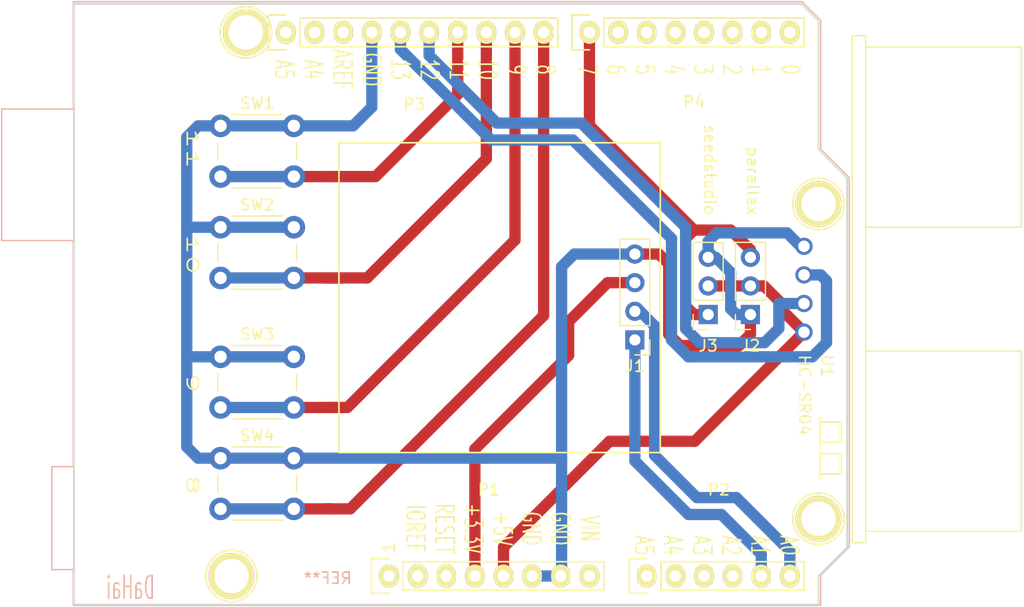
<source format=kicad_pcb>
(kicad_pcb (version 20171130) (host pcbnew "(5.1.9-0-10_14)")

  (general
    (thickness 1.6)
    (drawings 44)
    (tracks 126)
    (zones 0)
    (modules 17)
    (nets 35)
  )

  (page A4)
  (title_block
    (date "lun. 30 mars 2015")
  )

  (layers
    (0 F.Cu signal)
    (31 B.Cu signal)
    (32 B.Adhes user)
    (33 F.Adhes user)
    (34 B.Paste user)
    (35 F.Paste user)
    (36 B.SilkS user)
    (37 F.SilkS user)
    (38 B.Mask user)
    (39 F.Mask user)
    (40 Dwgs.User user)
    (41 Cmts.User user)
    (42 Eco1.User user)
    (43 Eco2.User user)
    (44 Edge.Cuts user)
    (45 Margin user)
    (46 B.CrtYd user)
    (47 F.CrtYd user)
    (48 B.Fab user)
    (49 F.Fab user)
  )

  (setup
    (last_trace_width 1)
    (user_trace_width 1)
    (trace_clearance 0.2)
    (zone_clearance 0.508)
    (zone_45_only no)
    (trace_min 0.2)
    (via_size 0.6)
    (via_drill 0.4)
    (via_min_size 0.4)
    (via_min_drill 0.3)
    (uvia_size 0.3)
    (uvia_drill 0.1)
    (uvias_allowed no)
    (uvia_min_size 0.2)
    (uvia_min_drill 0.1)
    (edge_width 0.15)
    (segment_width 0.15)
    (pcb_text_width 0.3)
    (pcb_text_size 1.5 1.5)
    (mod_edge_width 0.15)
    (mod_text_size 1 1)
    (mod_text_width 0.15)
    (pad_size 4.064 4.064)
    (pad_drill 3.048)
    (pad_to_mask_clearance 0)
    (aux_axis_origin 110.998 126.365)
    (grid_origin 110.998 126.365)
    (visible_elements FFFFFF7F)
    (pcbplotparams
      (layerselection 0x010fc_ffffffff)
      (usegerberextensions false)
      (usegerberattributes true)
      (usegerberadvancedattributes true)
      (creategerberjobfile true)
      (excludeedgelayer true)
      (linewidth 0.100000)
      (plotframeref false)
      (viasonmask false)
      (mode 1)
      (useauxorigin false)
      (hpglpennumber 1)
      (hpglpenspeed 20)
      (hpglpendiameter 15.000000)
      (psnegative false)
      (psa4output false)
      (plotreference true)
      (plotvalue true)
      (plotinvisibletext false)
      (padsonsilk false)
      (subtractmaskfromsilk false)
      (outputformat 1)
      (mirror false)
      (drillshape 0)
      (scaleselection 1)
      (outputdirectory "gerber"))
  )

  (net 0 "")
  (net 1 /IOREF)
  (net 2 /Reset)
  (net 3 +5V)
  (net 4 GND)
  (net 5 /Vin)
  (net 6 /A0)
  (net 7 /A1)
  (net 8 /A2)
  (net 9 /A3)
  (net 10 /AREF)
  (net 11 "/A4(SDA)")
  (net 12 "/A5(SCL)")
  (net 13 "/9(**)")
  (net 14 /8)
  (net 15 /7)
  (net 16 "/6(**)")
  (net 17 "/5(**)")
  (net 18 /4)
  (net 19 "/3(**)")
  (net 20 /2)
  (net 21 "/1(Tx)")
  (net 22 "/0(Rx)")
  (net 23 "Net-(P5-Pad1)")
  (net 24 "Net-(P6-Pad1)")
  (net 25 "Net-(P7-Pad1)")
  (net 26 "Net-(P8-Pad1)")
  (net 27 "/13(SCK)")
  (net 28 "/10(**/SS)")
  (net 29 "Net-(P1-Pad1)")
  (net 30 +3V3)
  (net 31 "/12(MISO)")
  (net 32 "/11(**/MOSI)")
  (net 33 "Net-(P3-Pad1)")
  (net 34 "Net-(P3-Pad2)")

  (net_class Default "This is the default net class."
    (clearance 0.2)
    (trace_width 0.25)
    (via_dia 0.6)
    (via_drill 0.4)
    (uvia_dia 0.3)
    (uvia_drill 0.1)
    (add_net +3V3)
    (add_net +5V)
    (add_net "/0(Rx)")
    (add_net "/1(Tx)")
    (add_net "/10(**/SS)")
    (add_net "/11(**/MOSI)")
    (add_net "/12(MISO)")
    (add_net "/13(SCK)")
    (add_net /2)
    (add_net "/3(**)")
    (add_net /4)
    (add_net "/5(**)")
    (add_net "/6(**)")
    (add_net /7)
    (add_net /8)
    (add_net "/9(**)")
    (add_net /A0)
    (add_net /A1)
    (add_net /A2)
    (add_net /A3)
    (add_net "/A4(SDA)")
    (add_net "/A5(SCL)")
    (add_net /AREF)
    (add_net /IOREF)
    (add_net /Reset)
    (add_net /Vin)
    (add_net GND)
    (add_net "Net-(P1-Pad1)")
    (add_net "Net-(P3-Pad1)")
    (add_net "Net-(P3-Pad2)")
    (add_net "Net-(P5-Pad1)")
    (add_net "Net-(P6-Pad1)")
    (add_net "Net-(P7-Pad1)")
    (add_net "Net-(P8-Pad1)")
  )

  (module Module:Arduino_UNO_R3_WithMountingHoles (layer B.Cu) (tedit 6119D48B) (tstamp 6119CFB6)
    (at 138.998 123.765)
    (descr "Arduino UNO R3, http://www.mouser.com/pdfdocs/Gravitech_Arduino_Nano3_0.pdf")
    (tags "Arduino UNO R3")
    (fp_text reference REF** (at -5.5 0.25 -180) (layer B.SilkS)
      (effects (font (size 1 1) (thickness 0.15)) (justify mirror))
    )
    (fp_text value Arduino_UNO_R3_WithMountingHoles (at 0 -22.86) (layer B.Fab)
      (effects (font (size 1 1) (thickness 0.15)) (justify mirror))
    )
    (fp_line (start 38.35 2.79) (end 38.35 0) (layer B.CrtYd) (width 0.05))
    (fp_line (start 38.35 0) (end 40.89 -2.54) (layer B.CrtYd) (width 0.05))
    (fp_line (start 40.89 -2.54) (end 40.89 -35.31) (layer B.CrtYd) (width 0.05))
    (fp_line (start 40.89 -35.31) (end 38.35 -37.85) (layer B.CrtYd) (width 0.05))
    (fp_line (start 38.35 -37.85) (end 38.35 -49.28) (layer B.CrtYd) (width 0.05))
    (fp_line (start 38.35 -49.28) (end 36.58 -51.05) (layer B.CrtYd) (width 0.05))
    (fp_line (start 36.58 -51.05) (end -28.19 -51.05) (layer B.CrtYd) (width 0.05))
    (fp_line (start -28.19 -51.05) (end -28.19 -41.53) (layer B.CrtYd) (width 0.05))
    (fp_line (start -28.19 -41.53) (end -34.54 -41.53) (layer B.CrtYd) (width 0.05))
    (fp_line (start -34.54 -41.53) (end -34.54 -29.59) (layer B.CrtYd) (width 0.05))
    (fp_line (start -34.54 -29.59) (end -28.19 -29.59) (layer B.CrtYd) (width 0.05))
    (fp_line (start -28.19 -29.59) (end -28.19 -9.78) (layer B.CrtYd) (width 0.05))
    (fp_line (start -28.19 -9.78) (end -30.1 -9.78) (layer B.CrtYd) (width 0.05))
    (fp_line (start -30.1 -9.78) (end -30.1 -0.38) (layer B.CrtYd) (width 0.05))
    (fp_line (start -30.1 -0.38) (end -28.19 -0.38) (layer B.CrtYd) (width 0.05))
    (fp_line (start -28.19 -0.38) (end -28.19 2.79) (layer B.CrtYd) (width 0.05))
    (fp_line (start -28.19 2.79) (end 38.35 2.79) (layer B.CrtYd) (width 0.05))
    (fp_line (start 40.77 -35.31) (end 40.77 -2.54) (layer B.SilkS) (width 0.12))
    (fp_line (start 40.77 -2.54) (end 38.23 0) (layer B.SilkS) (width 0.12))
    (fp_line (start 38.23 0) (end 38.23 2.67) (layer B.SilkS) (width 0.12))
    (fp_line (start 38.23 2.67) (end -28.07 2.67) (layer B.SilkS) (width 0.12))
    (fp_line (start -28.07 2.67) (end -28.07 -0.51) (layer B.SilkS) (width 0.12))
    (fp_line (start -28.07 -0.51) (end -29.97 -0.51) (layer B.SilkS) (width 0.12))
    (fp_line (start -29.97 -0.51) (end -29.97 -9.65) (layer B.SilkS) (width 0.12))
    (fp_line (start -29.97 -9.65) (end -28.07 -9.65) (layer B.SilkS) (width 0.12))
    (fp_line (start -28.07 -9.65) (end -28.07 -29.72) (layer B.SilkS) (width 0.12))
    (fp_line (start -28.07 -29.72) (end -34.42 -29.72) (layer B.SilkS) (width 0.12))
    (fp_line (start -34.42 -29.72) (end -34.42 -41.4) (layer B.SilkS) (width 0.12))
    (fp_line (start -34.42 -41.4) (end -28.07 -41.4) (layer B.SilkS) (width 0.12))
    (fp_line (start -28.07 -41.4) (end -28.07 -50.93) (layer B.SilkS) (width 0.12))
    (fp_line (start -28.07 -50.93) (end 36.58 -50.93) (layer B.SilkS) (width 0.12))
    (fp_line (start 36.58 -50.93) (end 38.23 -49.28) (layer B.SilkS) (width 0.12))
    (fp_line (start 38.23 -49.28) (end 38.23 -37.85) (layer B.SilkS) (width 0.12))
    (fp_line (start 38.23 -37.85) (end 40.77 -35.31) (layer B.SilkS) (width 0.12))
    (fp_line (start -34.29 -29.84) (end -18.41 -29.84) (layer B.Fab) (width 0.1))
    (fp_line (start -18.41 -29.84) (end -18.41 -41.27) (layer B.Fab) (width 0.1))
    (fp_line (start -18.41 -41.27) (end -34.29 -41.27) (layer B.Fab) (width 0.1))
    (fp_line (start -34.29 -41.27) (end -34.29 -29.84) (layer B.Fab) (width 0.1))
    (fp_line (start -29.84 -0.64) (end -16.51 -0.64) (layer B.Fab) (width 0.1))
    (fp_line (start -16.51 -0.64) (end -16.51 -9.53) (layer B.Fab) (width 0.1))
    (fp_line (start -16.51 -9.53) (end -29.84 -9.53) (layer B.Fab) (width 0.1))
    (fp_line (start -29.84 -9.53) (end -29.84 -0.64) (layer B.Fab) (width 0.1))
    (fp_line (start 38.1 -37.85) (end 38.1 -49.28) (layer B.Fab) (width 0.1))
    (fp_line (start 40.64 -2.54) (end 40.64 -35.31) (layer B.Fab) (width 0.1))
    (fp_line (start 40.64 -35.31) (end 38.1 -37.85) (layer B.Fab) (width 0.1))
    (fp_line (start 38.1 2.54) (end 38.1 0) (layer B.Fab) (width 0.1))
    (fp_line (start 38.1 0) (end 40.64 -2.54) (layer B.Fab) (width 0.1))
    (fp_line (start 38.1 -49.28) (end 36.58 -50.8) (layer B.Fab) (width 0.1))
    (fp_line (start 36.58 -50.8) (end -27.94 -50.8) (layer B.Fab) (width 0.1))
    (fp_line (start -27.94 -50.8) (end -27.94 2.54) (layer B.Fab) (width 0.1))
    (fp_line (start -27.94 2.54) (end 38.1 2.54) (layer B.Fab) (width 0.1))
    (fp_text user %R (at 0 -20.32 -180) (layer B.Fab)
      (effects (font (size 1 1) (thickness 0.15)) (justify mirror))
    )
    (model ${KISYS3DMOD}/Module.3dshapes/Arduino_UNO_R3_WithMountingHoles.wrl
      (at (xyz 0 0 0))
      (scale (xyz 1 1 1))
      (rotate (xyz 0 0 0))
    )
    (model ./Arduino_UNO.wrl
      (offset (xyz 8 -32 14.5))
      (scale (xyz 0.39 0.39 0.39))
      (rotate (xyz 180 0 0))
    )
  )

  (module Connector_PinSocket_2.54mm:PinSocket_1x03_P2.54mm_Vertical (layer F.Cu) (tedit 5A19A429) (tstamp 6119F4E8)
    (at 167.248 100.615 180)
    (descr "Through hole straight socket strip, 1x03, 2.54mm pitch, single row (from Kicad 4.0.7), script generated")
    (tags "Through hole socket strip THT 1x03 2.54mm single row")
    (path /611CA25E)
    (fp_text reference J3 (at 0 -2.77) (layer F.SilkS)
      (effects (font (size 1 1) (thickness 0.15)))
    )
    (fp_text value seedstudio (at -0.15 12.85 270 unlocked) (layer F.SilkS)
      (effects (font (size 1 1) (thickness 0.15)))
    )
    (fp_text user %R (at 0 2.54 90) (layer F.Fab)
      (effects (font (size 1 1) (thickness 0.15)))
    )
    (fp_line (start -1.27 -1.27) (end 0.635 -1.27) (layer F.Fab) (width 0.1))
    (fp_line (start 0.635 -1.27) (end 1.27 -0.635) (layer F.Fab) (width 0.1))
    (fp_line (start 1.27 -0.635) (end 1.27 6.35) (layer F.Fab) (width 0.1))
    (fp_line (start 1.27 6.35) (end -1.27 6.35) (layer F.Fab) (width 0.1))
    (fp_line (start -1.27 6.35) (end -1.27 -1.27) (layer F.Fab) (width 0.1))
    (fp_line (start -1.33 1.27) (end 1.33 1.27) (layer F.SilkS) (width 0.12))
    (fp_line (start -1.33 1.27) (end -1.33 6.41) (layer F.SilkS) (width 0.12))
    (fp_line (start -1.33 6.41) (end 1.33 6.41) (layer F.SilkS) (width 0.12))
    (fp_line (start 1.33 1.27) (end 1.33 6.41) (layer F.SilkS) (width 0.12))
    (fp_line (start 1.33 -1.33) (end 1.33 0) (layer F.SilkS) (width 0.12))
    (fp_line (start 0 -1.33) (end 1.33 -1.33) (layer F.SilkS) (width 0.12))
    (fp_line (start -1.8 -1.8) (end 1.75 -1.8) (layer F.CrtYd) (width 0.05))
    (fp_line (start 1.75 -1.8) (end 1.75 6.85) (layer F.CrtYd) (width 0.05))
    (fp_line (start 1.75 6.85) (end -1.8 6.85) (layer F.CrtYd) (width 0.05))
    (fp_line (start -1.8 6.85) (end -1.8 -1.8) (layer F.CrtYd) (width 0.05))
    (pad 3 thru_hole oval (at 0 5.08 180) (size 1.7 1.7) (drill 1) (layers *.Cu *.Mask)
      (net 4 GND))
    (pad 2 thru_hole oval (at 0 2.54 180) (size 1.7 1.7) (drill 1) (layers *.Cu *.Mask)
      (net 3 +5V))
    (pad 1 thru_hole rect (at 0 0 180) (size 1.7 1.7) (drill 1) (layers *.Cu *.Mask)
      (net 15 /7))
    (model ${KISYS3DMOD}/Connector_PinSocket_2.54mm.3dshapes/PinSocket_1x03_P2.54mm_Vertical.wrl
      (at (xyz 0 0 0))
      (scale (xyz 1 1 1))
      (rotate (xyz 0 0 0))
    )
  )

  (module Connector_PinSocket_2.54mm:PinSocket_1x03_P2.54mm_Vertical (layer F.Cu) (tedit 5A19A429) (tstamp 6119EF94)
    (at 170.998 100.615 180)
    (descr "Through hole straight socket strip, 1x03, 2.54mm pitch, single row (from Kicad 4.0.7), script generated")
    (tags "Through hole socket strip THT 1x03 2.54mm single row")
    (path /611C2D91)
    (fp_text reference J2 (at 0 -2.77) (layer F.SilkS)
      (effects (font (size 1 1) (thickness 0.15)))
    )
    (fp_text value parallax (at -0.2 11.85 270 unlocked) (layer F.SilkS)
      (effects (font (size 1 1) (thickness 0.15)))
    )
    (fp_text user %R (at 0 2.54 90) (layer F.Fab)
      (effects (font (size 1 1) (thickness 0.15)))
    )
    (fp_line (start -1.27 -1.27) (end 0.635 -1.27) (layer F.Fab) (width 0.1))
    (fp_line (start 0.635 -1.27) (end 1.27 -0.635) (layer F.Fab) (width 0.1))
    (fp_line (start 1.27 -0.635) (end 1.27 6.35) (layer F.Fab) (width 0.1))
    (fp_line (start 1.27 6.35) (end -1.27 6.35) (layer F.Fab) (width 0.1))
    (fp_line (start -1.27 6.35) (end -1.27 -1.27) (layer F.Fab) (width 0.1))
    (fp_line (start -1.33 1.27) (end 1.33 1.27) (layer F.SilkS) (width 0.12))
    (fp_line (start -1.33 1.27) (end -1.33 6.41) (layer F.SilkS) (width 0.12))
    (fp_line (start -1.33 6.41) (end 1.33 6.41) (layer F.SilkS) (width 0.12))
    (fp_line (start 1.33 1.27) (end 1.33 6.41) (layer F.SilkS) (width 0.12))
    (fp_line (start 1.33 -1.33) (end 1.33 0) (layer F.SilkS) (width 0.12))
    (fp_line (start 0 -1.33) (end 1.33 -1.33) (layer F.SilkS) (width 0.12))
    (fp_line (start -1.8 -1.8) (end 1.75 -1.8) (layer F.CrtYd) (width 0.05))
    (fp_line (start 1.75 -1.8) (end 1.75 6.85) (layer F.CrtYd) (width 0.05))
    (fp_line (start 1.75 6.85) (end -1.8 6.85) (layer F.CrtYd) (width 0.05))
    (fp_line (start -1.8 6.85) (end -1.8 -1.8) (layer F.CrtYd) (width 0.05))
    (pad 3 thru_hole oval (at 0 5.08 180) (size 1.7 1.7) (drill 1) (layers *.Cu *.Mask)
      (net 15 /7))
    (pad 2 thru_hole oval (at 0 2.54 180) (size 1.7 1.7) (drill 1) (layers *.Cu *.Mask)
      (net 3 +5V))
    (pad 1 thru_hole rect (at 0 0 180) (size 1.7 1.7) (drill 1) (layers *.Cu *.Mask)
      (net 4 GND))
    (model ${KISYS3DMOD}/Connector_PinSocket_2.54mm.3dshapes/PinSocket_1x03_P2.54mm_Vertical.wrl
      (at (xyz 0 0 0))
      (scale (xyz 1 1 1))
      (rotate (xyz 0 0 0))
    )
  )

  (module Button_Switch_THT:SW_PUSH_6mm_H5mm (layer F.Cu) (tedit 5A02FE31) (tstamp 6119DF25)
    (at 123.998 113.365)
    (descr "tactile push button, 6x6mm e.g. PHAP33xx series, height=5mm")
    (tags "tact sw push 6mm")
    (path /611B0B14)
    (fp_text reference SW4 (at 3.25 -2) (layer F.SilkS)
      (effects (font (size 1 1) (thickness 0.15)))
    )
    (fp_text value SW_Push (at 3.75 6.7) (layer F.Fab)
      (effects (font (size 1 1) (thickness 0.15)))
    )
    (fp_text user %R (at 3.25 2.25) (layer F.Fab)
      (effects (font (size 1 1) (thickness 0.15)))
    )
    (fp_line (start 3.25 -0.75) (end 6.25 -0.75) (layer F.Fab) (width 0.1))
    (fp_line (start 6.25 -0.75) (end 6.25 5.25) (layer F.Fab) (width 0.1))
    (fp_line (start 6.25 5.25) (end 0.25 5.25) (layer F.Fab) (width 0.1))
    (fp_line (start 0.25 5.25) (end 0.25 -0.75) (layer F.Fab) (width 0.1))
    (fp_line (start 0.25 -0.75) (end 3.25 -0.75) (layer F.Fab) (width 0.1))
    (fp_line (start 7.75 6) (end 8 6) (layer F.CrtYd) (width 0.05))
    (fp_line (start 8 6) (end 8 5.75) (layer F.CrtYd) (width 0.05))
    (fp_line (start 7.75 -1.5) (end 8 -1.5) (layer F.CrtYd) (width 0.05))
    (fp_line (start 8 -1.5) (end 8 -1.25) (layer F.CrtYd) (width 0.05))
    (fp_line (start -1.5 -1.25) (end -1.5 -1.5) (layer F.CrtYd) (width 0.05))
    (fp_line (start -1.5 -1.5) (end -1.25 -1.5) (layer F.CrtYd) (width 0.05))
    (fp_line (start -1.5 5.75) (end -1.5 6) (layer F.CrtYd) (width 0.05))
    (fp_line (start -1.5 6) (end -1.25 6) (layer F.CrtYd) (width 0.05))
    (fp_line (start -1.25 -1.5) (end 7.75 -1.5) (layer F.CrtYd) (width 0.05))
    (fp_line (start -1.5 5.75) (end -1.5 -1.25) (layer F.CrtYd) (width 0.05))
    (fp_line (start 7.75 6) (end -1.25 6) (layer F.CrtYd) (width 0.05))
    (fp_line (start 8 -1.25) (end 8 5.75) (layer F.CrtYd) (width 0.05))
    (fp_line (start 1 5.5) (end 5.5 5.5) (layer F.SilkS) (width 0.12))
    (fp_line (start -0.25 1.5) (end -0.25 3) (layer F.SilkS) (width 0.12))
    (fp_line (start 5.5 -1) (end 1 -1) (layer F.SilkS) (width 0.12))
    (fp_line (start 6.75 3) (end 6.75 1.5) (layer F.SilkS) (width 0.12))
    (fp_circle (center 3.25 2.25) (end 1.25 2.5) (layer F.Fab) (width 0.1))
    (pad 1 thru_hole circle (at 6.5 0 90) (size 2 2) (drill 1.1) (layers *.Cu *.Mask)
      (net 4 GND))
    (pad 2 thru_hole circle (at 6.5 4.5 90) (size 2 2) (drill 1.1) (layers *.Cu *.Mask)
      (net 14 /8))
    (pad 1 thru_hole circle (at 0 0 90) (size 2 2) (drill 1.1) (layers *.Cu *.Mask)
      (net 4 GND))
    (pad 2 thru_hole circle (at 0 4.5 90) (size 2 2) (drill 1.1) (layers *.Cu *.Mask)
      (net 14 /8))
    (model ${KISYS3DMOD}/Button_Switch_THT.3dshapes/SW_PUSH_6mm_H5mm.wrl
      (at (xyz 0 0 0))
      (scale (xyz 1 1 1))
      (rotate (xyz 0 0 0))
    )
  )

  (module Button_Switch_THT:SW_PUSH_6mm_H5mm (layer F.Cu) (tedit 5A02FE31) (tstamp 6119DF06)
    (at 123.998 104.365)
    (descr "tactile push button, 6x6mm e.g. PHAP33xx series, height=5mm")
    (tags "tact sw push 6mm")
    (path /611B054D)
    (fp_text reference SW3 (at 3.25 -2) (layer F.SilkS)
      (effects (font (size 1 1) (thickness 0.15)))
    )
    (fp_text value SW_Push (at 3.75 6.7) (layer F.Fab)
      (effects (font (size 1 1) (thickness 0.15)))
    )
    (fp_text user %R (at 3.25 2.25) (layer F.Fab)
      (effects (font (size 1 1) (thickness 0.15)))
    )
    (fp_line (start 3.25 -0.75) (end 6.25 -0.75) (layer F.Fab) (width 0.1))
    (fp_line (start 6.25 -0.75) (end 6.25 5.25) (layer F.Fab) (width 0.1))
    (fp_line (start 6.25 5.25) (end 0.25 5.25) (layer F.Fab) (width 0.1))
    (fp_line (start 0.25 5.25) (end 0.25 -0.75) (layer F.Fab) (width 0.1))
    (fp_line (start 0.25 -0.75) (end 3.25 -0.75) (layer F.Fab) (width 0.1))
    (fp_line (start 7.75 6) (end 8 6) (layer F.CrtYd) (width 0.05))
    (fp_line (start 8 6) (end 8 5.75) (layer F.CrtYd) (width 0.05))
    (fp_line (start 7.75 -1.5) (end 8 -1.5) (layer F.CrtYd) (width 0.05))
    (fp_line (start 8 -1.5) (end 8 -1.25) (layer F.CrtYd) (width 0.05))
    (fp_line (start -1.5 -1.25) (end -1.5 -1.5) (layer F.CrtYd) (width 0.05))
    (fp_line (start -1.5 -1.5) (end -1.25 -1.5) (layer F.CrtYd) (width 0.05))
    (fp_line (start -1.5 5.75) (end -1.5 6) (layer F.CrtYd) (width 0.05))
    (fp_line (start -1.5 6) (end -1.25 6) (layer F.CrtYd) (width 0.05))
    (fp_line (start -1.25 -1.5) (end 7.75 -1.5) (layer F.CrtYd) (width 0.05))
    (fp_line (start -1.5 5.75) (end -1.5 -1.25) (layer F.CrtYd) (width 0.05))
    (fp_line (start 7.75 6) (end -1.25 6) (layer F.CrtYd) (width 0.05))
    (fp_line (start 8 -1.25) (end 8 5.75) (layer F.CrtYd) (width 0.05))
    (fp_line (start 1 5.5) (end 5.5 5.5) (layer F.SilkS) (width 0.12))
    (fp_line (start -0.25 1.5) (end -0.25 3) (layer F.SilkS) (width 0.12))
    (fp_line (start 5.5 -1) (end 1 -1) (layer F.SilkS) (width 0.12))
    (fp_line (start 6.75 3) (end 6.75 1.5) (layer F.SilkS) (width 0.12))
    (fp_circle (center 3.25 2.25) (end 1.25 2.5) (layer F.Fab) (width 0.1))
    (pad 1 thru_hole circle (at 6.5 0 90) (size 2 2) (drill 1.1) (layers *.Cu *.Mask)
      (net 4 GND))
    (pad 2 thru_hole circle (at 6.5 4.5 90) (size 2 2) (drill 1.1) (layers *.Cu *.Mask)
      (net 13 "/9(**)"))
    (pad 1 thru_hole circle (at 0 0 90) (size 2 2) (drill 1.1) (layers *.Cu *.Mask)
      (net 4 GND))
    (pad 2 thru_hole circle (at 0 4.5 90) (size 2 2) (drill 1.1) (layers *.Cu *.Mask)
      (net 13 "/9(**)"))
    (model ${KISYS3DMOD}/Button_Switch_THT.3dshapes/SW_PUSH_6mm_H5mm.wrl
      (at (xyz 0 0 0))
      (scale (xyz 1 1 1))
      (rotate (xyz 0 0 0))
    )
  )

  (module Button_Switch_THT:SW_PUSH_6mm_H5mm (layer F.Cu) (tedit 5A02FE31) (tstamp 6119DEE7)
    (at 123.998 92.865)
    (descr "tactile push button, 6x6mm e.g. PHAP33xx series, height=5mm")
    (tags "tact sw push 6mm")
    (path /611AFECE)
    (fp_text reference SW2 (at 3.25 -2) (layer F.SilkS)
      (effects (font (size 1 1) (thickness 0.15)))
    )
    (fp_text value SW_Push (at 3.75 6.7) (layer F.Fab)
      (effects (font (size 1 1) (thickness 0.15)))
    )
    (fp_text user %R (at 3.25 2.25) (layer F.Fab)
      (effects (font (size 1 1) (thickness 0.15)))
    )
    (fp_line (start 3.25 -0.75) (end 6.25 -0.75) (layer F.Fab) (width 0.1))
    (fp_line (start 6.25 -0.75) (end 6.25 5.25) (layer F.Fab) (width 0.1))
    (fp_line (start 6.25 5.25) (end 0.25 5.25) (layer F.Fab) (width 0.1))
    (fp_line (start 0.25 5.25) (end 0.25 -0.75) (layer F.Fab) (width 0.1))
    (fp_line (start 0.25 -0.75) (end 3.25 -0.75) (layer F.Fab) (width 0.1))
    (fp_line (start 7.75 6) (end 8 6) (layer F.CrtYd) (width 0.05))
    (fp_line (start 8 6) (end 8 5.75) (layer F.CrtYd) (width 0.05))
    (fp_line (start 7.75 -1.5) (end 8 -1.5) (layer F.CrtYd) (width 0.05))
    (fp_line (start 8 -1.5) (end 8 -1.25) (layer F.CrtYd) (width 0.05))
    (fp_line (start -1.5 -1.25) (end -1.5 -1.5) (layer F.CrtYd) (width 0.05))
    (fp_line (start -1.5 -1.5) (end -1.25 -1.5) (layer F.CrtYd) (width 0.05))
    (fp_line (start -1.5 5.75) (end -1.5 6) (layer F.CrtYd) (width 0.05))
    (fp_line (start -1.5 6) (end -1.25 6) (layer F.CrtYd) (width 0.05))
    (fp_line (start -1.25 -1.5) (end 7.75 -1.5) (layer F.CrtYd) (width 0.05))
    (fp_line (start -1.5 5.75) (end -1.5 -1.25) (layer F.CrtYd) (width 0.05))
    (fp_line (start 7.75 6) (end -1.25 6) (layer F.CrtYd) (width 0.05))
    (fp_line (start 8 -1.25) (end 8 5.75) (layer F.CrtYd) (width 0.05))
    (fp_line (start 1 5.5) (end 5.5 5.5) (layer F.SilkS) (width 0.12))
    (fp_line (start -0.25 1.5) (end -0.25 3) (layer F.SilkS) (width 0.12))
    (fp_line (start 5.5 -1) (end 1 -1) (layer F.SilkS) (width 0.12))
    (fp_line (start 6.75 3) (end 6.75 1.5) (layer F.SilkS) (width 0.12))
    (fp_circle (center 3.25 2.25) (end 1.25 2.5) (layer F.Fab) (width 0.1))
    (pad 1 thru_hole circle (at 6.5 0 90) (size 2 2) (drill 1.1) (layers *.Cu *.Mask)
      (net 4 GND))
    (pad 2 thru_hole circle (at 6.5 4.5 90) (size 2 2) (drill 1.1) (layers *.Cu *.Mask)
      (net 28 "/10(**/SS)"))
    (pad 1 thru_hole circle (at 0 0 90) (size 2 2) (drill 1.1) (layers *.Cu *.Mask)
      (net 4 GND))
    (pad 2 thru_hole circle (at 0 4.5 90) (size 2 2) (drill 1.1) (layers *.Cu *.Mask)
      (net 28 "/10(**/SS)"))
    (model ${KISYS3DMOD}/Button_Switch_THT.3dshapes/SW_PUSH_6mm_H5mm.wrl
      (at (xyz 0 0 0))
      (scale (xyz 1 1 1))
      (rotate (xyz 0 0 0))
    )
  )

  (module Button_Switch_THT:SW_PUSH_6mm_H5mm (layer F.Cu) (tedit 5A02FE31) (tstamp 6119DEC8)
    (at 123.998 83.865)
    (descr "tactile push button, 6x6mm e.g. PHAP33xx series, height=5mm")
    (tags "tact sw push 6mm")
    (path /611AF3CF)
    (fp_text reference SW1 (at 3.25 -2) (layer F.SilkS)
      (effects (font (size 1 1) (thickness 0.15)))
    )
    (fp_text value SW_Push (at 3.75 6.7) (layer F.Fab)
      (effects (font (size 1 1) (thickness 0.15)))
    )
    (fp_text user %R (at 3.25 2.25) (layer F.Fab)
      (effects (font (size 1 1) (thickness 0.15)))
    )
    (fp_line (start 3.25 -0.75) (end 6.25 -0.75) (layer F.Fab) (width 0.1))
    (fp_line (start 6.25 -0.75) (end 6.25 5.25) (layer F.Fab) (width 0.1))
    (fp_line (start 6.25 5.25) (end 0.25 5.25) (layer F.Fab) (width 0.1))
    (fp_line (start 0.25 5.25) (end 0.25 -0.75) (layer F.Fab) (width 0.1))
    (fp_line (start 0.25 -0.75) (end 3.25 -0.75) (layer F.Fab) (width 0.1))
    (fp_line (start 7.75 6) (end 8 6) (layer F.CrtYd) (width 0.05))
    (fp_line (start 8 6) (end 8 5.75) (layer F.CrtYd) (width 0.05))
    (fp_line (start 7.75 -1.5) (end 8 -1.5) (layer F.CrtYd) (width 0.05))
    (fp_line (start 8 -1.5) (end 8 -1.25) (layer F.CrtYd) (width 0.05))
    (fp_line (start -1.5 -1.25) (end -1.5 -1.5) (layer F.CrtYd) (width 0.05))
    (fp_line (start -1.5 -1.5) (end -1.25 -1.5) (layer F.CrtYd) (width 0.05))
    (fp_line (start -1.5 5.75) (end -1.5 6) (layer F.CrtYd) (width 0.05))
    (fp_line (start -1.5 6) (end -1.25 6) (layer F.CrtYd) (width 0.05))
    (fp_line (start -1.25 -1.5) (end 7.75 -1.5) (layer F.CrtYd) (width 0.05))
    (fp_line (start -1.5 5.75) (end -1.5 -1.25) (layer F.CrtYd) (width 0.05))
    (fp_line (start 7.75 6) (end -1.25 6) (layer F.CrtYd) (width 0.05))
    (fp_line (start 8 -1.25) (end 8 5.75) (layer F.CrtYd) (width 0.05))
    (fp_line (start 1 5.5) (end 5.5 5.5) (layer F.SilkS) (width 0.12))
    (fp_line (start -0.25 1.5) (end -0.25 3) (layer F.SilkS) (width 0.12))
    (fp_line (start 5.5 -1) (end 1 -1) (layer F.SilkS) (width 0.12))
    (fp_line (start 6.75 3) (end 6.75 1.5) (layer F.SilkS) (width 0.12))
    (fp_circle (center 3.25 2.25) (end 1.25 2.5) (layer F.Fab) (width 0.1))
    (pad 1 thru_hole circle (at 6.5 0 90) (size 2 2) (drill 1.1) (layers *.Cu *.Mask)
      (net 4 GND))
    (pad 2 thru_hole circle (at 6.5 4.5 90) (size 2 2) (drill 1.1) (layers *.Cu *.Mask)
      (net 32 "/11(**/MOSI)"))
    (pad 1 thru_hole circle (at 0 0 90) (size 2 2) (drill 1.1) (layers *.Cu *.Mask)
      (net 4 GND))
    (pad 2 thru_hole circle (at 0 4.5 90) (size 2 2) (drill 1.1) (layers *.Cu *.Mask)
      (net 32 "/11(**/MOSI)"))
    (model ${KISYS3DMOD}/Button_Switch_THT.3dshapes/SW_PUSH_6mm_H5mm.wrl
      (at (xyz 0 0 0))
      (scale (xyz 1 1 1))
      (rotate (xyz 0 0 0))
    )
  )

  (module Connector_PinHeader_2.54mm:PinHeader_1x04_P2.54mm_Vertical (layer F.Cu) (tedit 59FED5CC) (tstamp 61151F9B)
    (at 160.748 102.865 180)
    (descr "Through hole straight pin header, 1x04, 2.54mm pitch, single row")
    (tags "Through hole pin header THT 1x04 2.54mm single row")
    (path /6114F24C)
    (fp_text reference J1 (at 0 -2.33) (layer F.SilkS)
      (effects (font (size 1 1) (thickness 0.15)))
    )
    (fp_text value SSD1306 (at 0 9.95) (layer F.Fab)
      (effects (font (size 1 1) (thickness 0.15)))
    )
    (fp_line (start -0.635 -1.27) (end 1.27 -1.27) (layer F.Fab) (width 0.1))
    (fp_line (start 1.27 -1.27) (end 1.27 8.89) (layer F.Fab) (width 0.1))
    (fp_line (start 1.27 8.89) (end -1.27 8.89) (layer F.Fab) (width 0.1))
    (fp_line (start -1.27 8.89) (end -1.27 -0.635) (layer F.Fab) (width 0.1))
    (fp_line (start -1.27 -0.635) (end -0.635 -1.27) (layer F.Fab) (width 0.1))
    (fp_line (start -1.33 8.95) (end 1.33 8.95) (layer F.SilkS) (width 0.12))
    (fp_line (start -1.33 1.27) (end -1.33 8.95) (layer F.SilkS) (width 0.12))
    (fp_line (start 1.33 1.27) (end 1.33 8.95) (layer F.SilkS) (width 0.12))
    (fp_line (start -1.33 1.27) (end 1.33 1.27) (layer F.SilkS) (width 0.12))
    (fp_line (start -1.33 0) (end -1.33 -1.33) (layer F.SilkS) (width 0.12))
    (fp_line (start -1.33 -1.33) (end 0 -1.33) (layer F.SilkS) (width 0.12))
    (fp_line (start -1.8 -1.8) (end -1.8 9.4) (layer F.CrtYd) (width 0.05))
    (fp_line (start -1.8 9.4) (end 1.8 9.4) (layer F.CrtYd) (width 0.05))
    (fp_line (start 1.8 9.4) (end 1.8 -1.8) (layer F.CrtYd) (width 0.05))
    (fp_line (start 1.8 -1.8) (end -1.8 -1.8) (layer F.CrtYd) (width 0.05))
    (fp_text user %R (at 0 3.81 90) (layer F.Fab)
      (effects (font (size 1 1) (thickness 0.15)))
    )
    (pad 4 thru_hole oval (at 0 7.62 180) (size 1.7 1.7) (drill 1) (layers *.Cu *.Mask)
      (net 4 GND))
    (pad 3 thru_hole oval (at 0 5.08 180) (size 1.7 1.7) (drill 1) (layers *.Cu *.Mask)
      (net 30 +3V3))
    (pad 2 thru_hole oval (at 0 2.54 180) (size 1.7 1.7) (drill 1) (layers *.Cu *.Mask)
      (net 12 "/A5(SCL)"))
    (pad 1 thru_hole rect (at 0 0 180) (size 1.7 1.7) (drill 1) (layers *.Cu *.Mask)
      (net 11 "/A4(SDA)"))
    (model ${KISYS3DMOD}/Connector_PinHeader_2.54mm.3dshapes/PinHeader_1x04_P2.54mm_Vertical.wrl
      (at (xyz 0 0 0))
      (scale (xyz 1 1 1))
      (rotate (xyz 0 0 0))
    )
    (model ./oled_0_96.wrl
      (offset (xyz -1.5 -4 2.5))
      (scale (xyz 0.39 0.39 0.39))
      (rotate (xyz -90 0 -90))
    )
  )

  (module HC-SR04:XCVR_HC-SR04 (layer F.Cu) (tedit 6114B277) (tstamp 6115155F)
    (at 175.748 98.365 90)
    (path /6114C2AF)
    (fp_text reference U1 (at -6.8 2.05 270 unlocked) (layer F.SilkS)
      (effects (font (size 1.00052 1.00052) (thickness 0.15)))
    )
    (fp_text value HC-SR04 (at -9.4 0.05 270 unlocked) (layer F.SilkS)
      (effects (font (size 1.001693 1.001693) (thickness 0.15)))
    )
    (fp_line (start -21.5 19.27) (end -5.5 19.27) (layer F.SilkS) (width 0.127))
    (fp_line (start 5.5 19.27) (end 21.5 19.27) (layer F.SilkS) (width 0.127))
    (fp_line (start 22.5 5.47) (end 21.5 5.47) (layer F.SilkS) (width 0.127))
    (fp_line (start 21.5 5.47) (end 5.5 5.47) (layer F.SilkS) (width 0.127))
    (fp_line (start 5.5 5.47) (end -5.5 5.47) (layer F.SilkS) (width 0.127))
    (fp_line (start -5.5 5.47) (end -21.5 5.47) (layer F.SilkS) (width 0.127))
    (fp_line (start -21.5 5.47) (end -22.5 5.47) (layer F.SilkS) (width 0.127))
    (fp_line (start -22.5 5.47) (end -22.5 4.27) (layer F.SilkS) (width 0.127))
    (fp_line (start -22.5 4.27) (end 22.5 4.27) (layer F.SilkS) (width 0.127))
    (fp_line (start 22.5 4.27) (end 22.5 5.47) (layer F.SilkS) (width 0.127))
    (fp_line (start -21.5 5.47) (end -21.5 19.27) (layer F.SilkS) (width 0.127))
    (fp_line (start 21.5 5.47) (end 21.5 19.27) (layer F.SilkS) (width 0.127))
    (fp_line (start -5.5 5.47) (end -5.5 19.27) (layer F.SilkS) (width 0.127))
    (fp_line (start 5.5 5.47) (end 5.5 19.27) (layer F.SilkS) (width 0.127))
    (fp_line (start -22.75 4) (end -22.75 19.5) (layer F.CrtYd) (width 0.05))
    (fp_line (start -22.75 19.5) (end 22.75 19.5) (layer F.CrtYd) (width 0.05))
    (fp_line (start 22.75 19.5) (end 22.75 4) (layer F.CrtYd) (width 0.05))
    (fp_line (start 22.75 4) (end 5 4) (layer F.CrtYd) (width 0.05))
    (fp_line (start 5 4) (end 5 -1.25) (layer F.CrtYd) (width 0.05))
    (fp_line (start 5 -1.25) (end -5 -1.25) (layer F.CrtYd) (width 0.05))
    (fp_line (start -5 -1.25) (end -5 4) (layer F.CrtYd) (width 0.05))
    (fp_line (start -5 4) (end -22.75 4) (layer F.CrtYd) (width 0.05))
    (pad 2 thru_hole circle (at -1.27 0 90) (size 1.53 1.53) (drill 1.02) (layers *.Cu *.Mask)
      (net 31 "/12(MISO)"))
    (pad 3 thru_hole circle (at 1.27 0 90) (size 1.53 1.53) (drill 1.02) (layers *.Cu *.Mask)
      (net 27 "/13(SCK)"))
    (pad 4 thru_hole circle (at 3.81 0 90) (size 1.53 1.53) (drill 1.02) (layers *.Cu *.Mask)
      (net 4 GND))
    (pad 1 thru_hole circle (at -3.81 0 90) (size 1.53 1.53) (drill 1.02) (layers *.Cu *.Mask)
      (net 3 +5V))
    (model ./HC-SR04.wrl
      (offset (xyz 0 -10 8.5))
      (scale (xyz 0.39 0.39 0.39))
      (rotate (xyz -90 0 0))
    )
    (model ${KISYS3DMOD}/Connector_PinSocket_2.54mm.3dshapes/PinSocket_1x04_P2.54mm_Vertical.wrl
      (offset (xyz 4 0 0))
      (scale (xyz 1 1 1))
      (rotate (xyz 0 0 90))
    )
  )

  (module Socket_Arduino_Uno:Socket_Strip_Arduino_1x08 locked (layer F.Cu) (tedit 552168D2) (tstamp 551AF9EA)
    (at 138.938 123.825)
    (descr "Through hole socket strip")
    (tags "socket strip")
    (path /56D70129)
    (fp_text reference P1 (at 8.86 -7.66) (layer F.SilkS)
      (effects (font (size 1 1) (thickness 0.15)))
    )
    (fp_text value Power (at 8.89 -4.064) (layer F.Fab)
      (effects (font (size 1 1) (thickness 0.15)))
    )
    (fp_line (start -1.55 -1.55) (end -1.55 1.55) (layer F.SilkS) (width 0.15))
    (fp_line (start 0 -1.55) (end -1.55 -1.55) (layer F.SilkS) (width 0.15))
    (fp_line (start 1.27 1.27) (end 1.27 -1.27) (layer F.SilkS) (width 0.15))
    (fp_line (start -1.55 1.55) (end 0 1.55) (layer F.SilkS) (width 0.15))
    (fp_line (start 19.05 -1.27) (end 1.27 -1.27) (layer F.SilkS) (width 0.15))
    (fp_line (start 19.05 1.27) (end 19.05 -1.27) (layer F.SilkS) (width 0.15))
    (fp_line (start 1.27 1.27) (end 19.05 1.27) (layer F.SilkS) (width 0.15))
    (fp_line (start -1.75 1.75) (end 19.55 1.75) (layer F.CrtYd) (width 0.05))
    (fp_line (start -1.75 -1.75) (end 19.55 -1.75) (layer F.CrtYd) (width 0.05))
    (fp_line (start 19.55 -1.75) (end 19.55 1.75) (layer F.CrtYd) (width 0.05))
    (fp_line (start -1.75 -1.75) (end -1.75 1.75) (layer F.CrtYd) (width 0.05))
    (pad 1 thru_hole oval (at 0 0) (size 1.7272 2.032) (drill 1.016) (layers *.Cu *.Mask F.SilkS)
      (net 29 "Net-(P1-Pad1)"))
    (pad 2 thru_hole oval (at 2.54 0) (size 1.7272 2.032) (drill 1.016) (layers *.Cu *.Mask F.SilkS)
      (net 1 /IOREF))
    (pad 3 thru_hole oval (at 5.08 0) (size 1.7272 2.032) (drill 1.016) (layers *.Cu *.Mask F.SilkS)
      (net 2 /Reset))
    (pad 4 thru_hole oval (at 7.62 0) (size 1.7272 2.032) (drill 1.016) (layers *.Cu *.Mask F.SilkS)
      (net 30 +3V3))
    (pad 5 thru_hole oval (at 10.16 0) (size 1.7272 2.032) (drill 1.016) (layers *.Cu *.Mask F.SilkS)
      (net 3 +5V))
    (pad 6 thru_hole oval (at 12.7 0) (size 1.7272 2.032) (drill 1.016) (layers *.Cu *.Mask F.SilkS)
      (net 4 GND))
    (pad 7 thru_hole oval (at 15.24 0) (size 1.7272 2.032) (drill 1.016) (layers *.Cu *.Mask F.SilkS)
      (net 4 GND))
    (pad 8 thru_hole oval (at 17.78 0) (size 1.7272 2.032) (drill 1.016) (layers *.Cu *.Mask F.SilkS)
      (net 5 /Vin))
    (model ${KIPRJMOD}/Socket_Arduino_Uno.3dshapes/Socket_header_Arduino_1x08.wrl
      (offset (xyz 8.889999866485596 0 0))
      (scale (xyz 1 1 1))
      (rotate (xyz 0 0 180))
    )
  )

  (module Socket_Arduino_Uno:Socket_Strip_Arduino_1x06 locked (layer F.Cu) (tedit 552168D6) (tstamp 551AF9FF)
    (at 161.798 123.825)
    (descr "Through hole socket strip")
    (tags "socket strip")
    (path /56D70DD8)
    (fp_text reference P2 (at 6.4 -7.66) (layer F.SilkS)
      (effects (font (size 1 1) (thickness 0.15)))
    )
    (fp_text value Analog (at 6.604 -4.064) (layer F.Fab)
      (effects (font (size 1 1) (thickness 0.15)))
    )
    (fp_line (start -1.55 -1.55) (end -1.55 1.55) (layer F.SilkS) (width 0.15))
    (fp_line (start 0 -1.55) (end -1.55 -1.55) (layer F.SilkS) (width 0.15))
    (fp_line (start 1.27 1.27) (end 1.27 -1.27) (layer F.SilkS) (width 0.15))
    (fp_line (start -1.55 1.55) (end 0 1.55) (layer F.SilkS) (width 0.15))
    (fp_line (start 13.97 -1.27) (end 1.27 -1.27) (layer F.SilkS) (width 0.15))
    (fp_line (start 13.97 1.27) (end 13.97 -1.27) (layer F.SilkS) (width 0.15))
    (fp_line (start 1.27 1.27) (end 13.97 1.27) (layer F.SilkS) (width 0.15))
    (fp_line (start -1.75 1.75) (end 14.45 1.75) (layer F.CrtYd) (width 0.05))
    (fp_line (start -1.75 -1.75) (end 14.45 -1.75) (layer F.CrtYd) (width 0.05))
    (fp_line (start 14.45 -1.75) (end 14.45 1.75) (layer F.CrtYd) (width 0.05))
    (fp_line (start -1.75 -1.75) (end -1.75 1.75) (layer F.CrtYd) (width 0.05))
    (pad 1 thru_hole oval (at 0 0) (size 1.7272 2.032) (drill 1.016) (layers *.Cu *.Mask F.SilkS)
      (net 6 /A0))
    (pad 2 thru_hole oval (at 2.54 0) (size 1.7272 2.032) (drill 1.016) (layers *.Cu *.Mask F.SilkS)
      (net 7 /A1))
    (pad 3 thru_hole oval (at 5.08 0) (size 1.7272 2.032) (drill 1.016) (layers *.Cu *.Mask F.SilkS)
      (net 8 /A2))
    (pad 4 thru_hole oval (at 7.62 0) (size 1.7272 2.032) (drill 1.016) (layers *.Cu *.Mask F.SilkS)
      (net 9 /A3))
    (pad 5 thru_hole oval (at 10.16 0) (size 1.7272 2.032) (drill 1.016) (layers *.Cu *.Mask F.SilkS)
      (net 11 "/A4(SDA)"))
    (pad 6 thru_hole oval (at 12.7 0) (size 1.7272 2.032) (drill 1.016) (layers *.Cu *.Mask F.SilkS)
      (net 12 "/A5(SCL)"))
    (model ${KIPRJMOD}/Socket_Arduino_Uno.3dshapes/Socket_header_Arduino_1x06.wrl
      (offset (xyz 6.349999904632568 0 0))
      (scale (xyz 1 1 1))
      (rotate (xyz 0 0 180))
    )
  )

  (module Socket_Arduino_Uno:Socket_Strip_Arduino_1x10 locked (layer F.Cu) (tedit 552168BF) (tstamp 551AFA18)
    (at 129.794 75.565)
    (descr "Through hole socket strip")
    (tags "socket strip")
    (path /56D721E0)
    (fp_text reference P3 (at 11.404 6.4) (layer F.SilkS)
      (effects (font (size 1 1) (thickness 0.15)))
    )
    (fp_text value Digital (at 11.43 4.318) (layer F.Fab)
      (effects (font (size 1 1) (thickness 0.15)))
    )
    (fp_line (start -1.55 -1.55) (end -1.55 1.55) (layer F.SilkS) (width 0.15))
    (fp_line (start 0 -1.55) (end -1.55 -1.55) (layer F.SilkS) (width 0.15))
    (fp_line (start 1.27 1.27) (end 1.27 -1.27) (layer F.SilkS) (width 0.15))
    (fp_line (start -1.55 1.55) (end 0 1.55) (layer F.SilkS) (width 0.15))
    (fp_line (start 24.13 -1.27) (end 1.27 -1.27) (layer F.SilkS) (width 0.15))
    (fp_line (start 24.13 1.27) (end 24.13 -1.27) (layer F.SilkS) (width 0.15))
    (fp_line (start 1.27 1.27) (end 24.13 1.27) (layer F.SilkS) (width 0.15))
    (fp_line (start -1.75 1.75) (end 24.65 1.75) (layer F.CrtYd) (width 0.05))
    (fp_line (start -1.75 -1.75) (end 24.65 -1.75) (layer F.CrtYd) (width 0.05))
    (fp_line (start 24.65 -1.75) (end 24.65 1.75) (layer F.CrtYd) (width 0.05))
    (fp_line (start -1.75 -1.75) (end -1.75 1.75) (layer F.CrtYd) (width 0.05))
    (pad 1 thru_hole oval (at 0 0) (size 1.7272 2.032) (drill 1.016) (layers *.Cu *.Mask F.SilkS)
      (net 33 "Net-(P3-Pad1)"))
    (pad 2 thru_hole oval (at 2.54 0) (size 1.7272 2.032) (drill 1.016) (layers *.Cu *.Mask F.SilkS)
      (net 34 "Net-(P3-Pad2)"))
    (pad 3 thru_hole oval (at 5.08 0) (size 1.7272 2.032) (drill 1.016) (layers *.Cu *.Mask F.SilkS)
      (net 10 /AREF))
    (pad 4 thru_hole oval (at 7.62 0) (size 1.7272 2.032) (drill 1.016) (layers *.Cu *.Mask F.SilkS)
      (net 4 GND))
    (pad 5 thru_hole oval (at 10.16 0) (size 1.7272 2.032) (drill 1.016) (layers *.Cu *.Mask F.SilkS)
      (net 27 "/13(SCK)"))
    (pad 6 thru_hole oval (at 12.7 0) (size 1.7272 2.032) (drill 1.016) (layers *.Cu *.Mask F.SilkS)
      (net 31 "/12(MISO)"))
    (pad 7 thru_hole oval (at 15.24 0) (size 1.7272 2.032) (drill 1.016) (layers *.Cu *.Mask F.SilkS)
      (net 32 "/11(**/MOSI)"))
    (pad 8 thru_hole oval (at 17.78 0) (size 1.7272 2.032) (drill 1.016) (layers *.Cu *.Mask F.SilkS)
      (net 28 "/10(**/SS)"))
    (pad 9 thru_hole oval (at 20.32 0) (size 1.7272 2.032) (drill 1.016) (layers *.Cu *.Mask F.SilkS)
      (net 13 "/9(**)"))
    (pad 10 thru_hole oval (at 22.86 0) (size 1.7272 2.032) (drill 1.016) (layers *.Cu *.Mask F.SilkS)
      (net 14 /8))
    (model ${KIPRJMOD}/Socket_Arduino_Uno.3dshapes/Socket_header_Arduino_1x10.wrl
      (offset (xyz 11.42999982833862 0 0))
      (scale (xyz 1 1 1))
      (rotate (xyz 0 0 180))
    )
  )

  (module Socket_Arduino_Uno:Socket_Strip_Arduino_1x08 locked (layer F.Cu) (tedit 552168C7) (tstamp 551AFA2F)
    (at 156.718 75.565)
    (descr "Through hole socket strip")
    (tags "socket strip")
    (path /56D7164F)
    (fp_text reference P4 (at 9.28 6.2) (layer F.SilkS)
      (effects (font (size 1 1) (thickness 0.15)))
    )
    (fp_text value Digital (at 8.89 4.318) (layer F.Fab)
      (effects (font (size 1 1) (thickness 0.15)))
    )
    (fp_line (start -1.55 -1.55) (end -1.55 1.55) (layer F.SilkS) (width 0.15))
    (fp_line (start 0 -1.55) (end -1.55 -1.55) (layer F.SilkS) (width 0.15))
    (fp_line (start 1.27 1.27) (end 1.27 -1.27) (layer F.SilkS) (width 0.15))
    (fp_line (start -1.55 1.55) (end 0 1.55) (layer F.SilkS) (width 0.15))
    (fp_line (start 19.05 -1.27) (end 1.27 -1.27) (layer F.SilkS) (width 0.15))
    (fp_line (start 19.05 1.27) (end 19.05 -1.27) (layer F.SilkS) (width 0.15))
    (fp_line (start 1.27 1.27) (end 19.05 1.27) (layer F.SilkS) (width 0.15))
    (fp_line (start -1.75 1.75) (end 19.55 1.75) (layer F.CrtYd) (width 0.05))
    (fp_line (start -1.75 -1.75) (end 19.55 -1.75) (layer F.CrtYd) (width 0.05))
    (fp_line (start 19.55 -1.75) (end 19.55 1.75) (layer F.CrtYd) (width 0.05))
    (fp_line (start -1.75 -1.75) (end -1.75 1.75) (layer F.CrtYd) (width 0.05))
    (pad 1 thru_hole oval (at 0 0) (size 1.7272 2.032) (drill 1.016) (layers *.Cu *.Mask F.SilkS)
      (net 15 /7))
    (pad 2 thru_hole oval (at 2.54 0) (size 1.7272 2.032) (drill 1.016) (layers *.Cu *.Mask F.SilkS)
      (net 16 "/6(**)"))
    (pad 3 thru_hole oval (at 5.08 0) (size 1.7272 2.032) (drill 1.016) (layers *.Cu *.Mask F.SilkS)
      (net 17 "/5(**)"))
    (pad 4 thru_hole oval (at 7.62 0) (size 1.7272 2.032) (drill 1.016) (layers *.Cu *.Mask F.SilkS)
      (net 18 /4))
    (pad 5 thru_hole oval (at 10.16 0) (size 1.7272 2.032) (drill 1.016) (layers *.Cu *.Mask F.SilkS)
      (net 19 "/3(**)"))
    (pad 6 thru_hole oval (at 12.7 0) (size 1.7272 2.032) (drill 1.016) (layers *.Cu *.Mask F.SilkS)
      (net 20 /2))
    (pad 7 thru_hole oval (at 15.24 0) (size 1.7272 2.032) (drill 1.016) (layers *.Cu *.Mask F.SilkS)
      (net 21 "/1(Tx)"))
    (pad 8 thru_hole oval (at 17.78 0) (size 1.7272 2.032) (drill 1.016) (layers *.Cu *.Mask F.SilkS)
      (net 22 "/0(Rx)"))
    (model ${KIPRJMOD}/Socket_Arduino_Uno.3dshapes/Socket_header_Arduino_1x08.wrl
      (offset (xyz 8.889999866485596 0 0))
      (scale (xyz 1 1 1))
      (rotate (xyz 0 0 180))
    )
  )

  (module Socket_Arduino_Uno:Arduino_1pin locked (layer F.Cu) (tedit 5524FC39) (tstamp 5524FC3F)
    (at 124.968 123.825)
    (descr "module 1 pin (ou trou mecanique de percage)")
    (tags DEV)
    (path /56D71177)
    (fp_text reference P5 (at 0 -3.048) (layer F.SilkS) hide
      (effects (font (size 1 1) (thickness 0.15)))
    )
    (fp_text value CONN_01X01 (at 0 2.794) (layer F.Fab) hide
      (effects (font (size 1 1) (thickness 0.15)))
    )
    (fp_circle (center 0 0) (end 0 -2.286) (layer F.SilkS) (width 0.15))
    (pad 1 thru_hole circle (at 0 0) (size 4.064 4.064) (drill 3.048) (layers *.Cu *.Mask F.SilkS)
      (net 23 "Net-(P5-Pad1)"))
  )

  (module Socket_Arduino_Uno:Arduino_1pin locked (layer F.Cu) (tedit 5524FC4A) (tstamp 5524FC44)
    (at 177.038 118.745)
    (descr "module 1 pin (ou trou mecanique de percage)")
    (tags DEV)
    (path /56D71274)
    (fp_text reference P6 (at 0 -3.048) (layer F.SilkS) hide
      (effects (font (size 1 1) (thickness 0.15)))
    )
    (fp_text value CONN_01X01 (at 0 2.794) (layer F.Fab) hide
      (effects (font (size 1 1) (thickness 0.15)))
    )
    (fp_circle (center 0 0) (end 0 -2.286) (layer F.SilkS) (width 0.15))
    (pad 1 thru_hole circle (at 0 0) (size 4.064 4.064) (drill 3.048) (layers *.Cu *.Mask F.SilkS)
      (net 24 "Net-(P6-Pad1)"))
  )

  (module Socket_Arduino_Uno:Arduino_1pin locked (layer F.Cu) (tedit 5524FC2F) (tstamp 5524FC49)
    (at 126.238 75.565)
    (descr "module 1 pin (ou trou mecanique de percage)")
    (tags DEV)
    (path /56D712A8)
    (fp_text reference P7 (at 0 -3.048) (layer F.SilkS) hide
      (effects (font (size 1 1) (thickness 0.15)))
    )
    (fp_text value CONN_01X01 (at 0 2.794) (layer F.Fab) hide
      (effects (font (size 1 1) (thickness 0.15)))
    )
    (fp_circle (center 0 0) (end 0 -2.286) (layer F.SilkS) (width 0.15))
    (pad 1 thru_hole circle (at 0 0) (size 4.064 4.064) (drill 3.048) (layers *.Cu *.Mask F.SilkS)
      (net 25 "Net-(P7-Pad1)"))
  )

  (module Socket_Arduino_Uno:Arduino_1pin locked (layer F.Cu) (tedit 5524FC41) (tstamp 5524FC4E)
    (at 177.038 90.805)
    (descr "module 1 pin (ou trou mecanique de percage)")
    (tags DEV)
    (path /56D712DB)
    (fp_text reference P8 (at 0 -3.048) (layer F.SilkS) hide
      (effects (font (size 1 1) (thickness 0.15)))
    )
    (fp_text value CONN_01X01 (at 0 2.794) (layer F.Fab) hide
      (effects (font (size 1 1) (thickness 0.15)))
    )
    (fp_circle (center 0 0) (end 0 -2.286) (layer F.SilkS) (width 0.15))
    (pad 1 thru_hole circle (at 0 0) (size 4.064 4.064) (drill 3.048) (layers *.Cu *.Mask F.SilkS)
      (net 26 "Net-(P8-Pad1)"))
  )

  (gr_text DaHai (at 115.998 124.865) (layer B.SilkS)
    (effects (font (size 2 1) (thickness 0.15)) (justify mirror))
  )
  (gr_text "11    10      9     8" (at 121.498 100.365 -90) (layer F.SilkS)
    (effects (font (size 1 1.9) (thickness 0.15)))
  )
  (gr_line (start 134.498 112.865) (end 134.498 85.365) (layer F.SilkS) (width 0.15) (tstamp 611A2C17))
  (gr_line (start 162.998 112.865) (end 134.498 112.865) (layer F.SilkS) (width 0.15))
  (gr_line (start 162.998 85.365) (end 134.498 85.365) (layer F.SilkS) (width 0.15))
  (gr_line (start 162.998 85.365) (end 162.998 112.865) (layer F.SilkS) (width 0.15))
  (gr_line (start 178.998 110.165) (end 177.198 110.165) (layer F.SilkS) (width 0.15))
  (gr_line (start 178.998 111.965) (end 178.998 110.165) (layer F.SilkS) (width 0.15))
  (gr_line (start 177.198 111.965) (end 178.998 111.965) (layer F.SilkS) (width 0.15))
  (gr_line (start 178.998 112.965) (end 177.198 112.965) (layer F.SilkS) (width 0.15))
  (gr_line (start 178.998 114.765) (end 178.998 112.965) (layer F.SilkS) (width 0.15))
  (gr_line (start 177.198 114.765) (end 178.998 114.765) (layer F.SilkS) (width 0.15))
  (gr_line (start 177.198 109.765) (end 177.198 115.165) (layer F.SilkS) (width 0.15))
  (gr_text "VIN\nGND\nGND\n+5V\n+3.3V\nRESET\nIOREF" (at 148.998 119.615 -90) (layer F.SilkS) (tstamp 6119D7AD)
    (effects (font (size 1.6 1) (thickness 0.15)))
  )
  (gr_text "A0\nA1\nA2\nA3\nA4\nA5" (at 167.998 121.115 270) (layer F.SilkS)
    (effects (font (size 1.6 1) (thickness 0.15)))
  )
  (gr_text "8\n9\n10\n11\n12\n13\nGND\nAREF\nA4\nA5" (at 141.248 78.865 -90) (layer F.SilkS) (tstamp 6119D5B1)
    (effects (font (size 1.6 1) (thickness 0.15)))
  )
  (gr_text "0\n1\n2\n3\n4\n5\n6\n7" (at 165.498 78.865 -90) (layer F.SilkS)
    (effects (font (size 1.6 1) (thickness 0.15)))
  )
  (gr_text 1 (at 138.938 121.285 90) (layer F.SilkS)
    (effects (font (size 1 1) (thickness 0.15)))
  )
  (gr_circle (center 117.348 76.962) (end 118.618 76.962) (layer Dwgs.User) (width 0.15))
  (gr_line (start 114.427 78.994) (end 114.427 74.93) (angle 90) (layer Dwgs.User) (width 0.15))
  (gr_line (start 120.269 78.994) (end 114.427 78.994) (angle 90) (layer Dwgs.User) (width 0.15))
  (gr_line (start 120.269 74.93) (end 120.269 78.994) (angle 90) (layer Dwgs.User) (width 0.15))
  (gr_line (start 114.427 74.93) (end 120.269 74.93) (angle 90) (layer Dwgs.User) (width 0.15))
  (gr_line (start 120.523 93.98) (end 104.648 93.98) (angle 90) (layer Dwgs.User) (width 0.15))
  (gr_line (start 177.038 74.549) (end 175.514 73.025) (angle 90) (layer Edge.Cuts) (width 0.15))
  (gr_line (start 177.038 85.979) (end 177.038 74.549) (angle 90) (layer Edge.Cuts) (width 0.15))
  (gr_line (start 179.578 88.519) (end 177.038 85.979) (angle 90) (layer Edge.Cuts) (width 0.15))
  (gr_line (start 179.578 121.285) (end 179.578 88.519) (angle 90) (layer Edge.Cuts) (width 0.15))
  (gr_line (start 177.038 123.825) (end 179.578 121.285) (angle 90) (layer Edge.Cuts) (width 0.15))
  (gr_line (start 177.038 126.365) (end 177.038 123.825) (angle 90) (layer Edge.Cuts) (width 0.15))
  (gr_line (start 110.998 126.365) (end 177.038 126.365) (angle 90) (layer Edge.Cuts) (width 0.15))
  (gr_line (start 110.998 73.025) (end 110.998 126.365) (angle 90) (layer Edge.Cuts) (width 0.15))
  (gr_line (start 175.514 73.025) (end 110.998 73.025) (angle 90) (layer Edge.Cuts) (width 0.15))
  (gr_line (start 173.355 102.235) (end 173.355 94.615) (angle 90) (layer Dwgs.User) (width 0.15))
  (gr_line (start 178.435 102.235) (end 173.355 102.235) (angle 90) (layer Dwgs.User) (width 0.15))
  (gr_line (start 178.435 94.615) (end 178.435 102.235) (angle 90) (layer Dwgs.User) (width 0.15))
  (gr_line (start 173.355 94.615) (end 178.435 94.615) (angle 90) (layer Dwgs.User) (width 0.15))
  (gr_line (start 109.093 123.19) (end 109.093 114.3) (angle 90) (layer Dwgs.User) (width 0.15))
  (gr_line (start 122.428 123.19) (end 109.093 123.19) (angle 90) (layer Dwgs.User) (width 0.15))
  (gr_line (start 122.428 114.3) (end 122.428 123.19) (angle 90) (layer Dwgs.User) (width 0.15))
  (gr_line (start 109.093 114.3) (end 122.428 114.3) (angle 90) (layer Dwgs.User) (width 0.15))
  (gr_line (start 104.648 93.98) (end 104.648 82.55) (angle 90) (layer Dwgs.User) (width 0.15))
  (gr_line (start 120.523 82.55) (end 120.523 93.98) (angle 90) (layer Dwgs.User) (width 0.15))
  (gr_line (start 104.648 82.55) (end 120.523 82.55) (angle 90) (layer Dwgs.User) (width 0.15))

  (segment (start 149.098 123.825) (end 149.098 121.265) (width 1) (layer F.Cu) (net 3))
  (segment (start 149.098 121.265) (end 158.498 111.865) (width 1) (layer F.Cu) (net 3))
  (segment (start 166.058 111.865) (end 175.748 102.175) (width 1) (layer F.Cu) (net 3))
  (segment (start 158.498 111.865) (end 166.058 111.865) (width 1) (layer F.Cu) (net 3))
  (segment (start 167.248 98.075) (end 170.998 98.075) (width 1) (layer F.Cu) (net 3))
  (segment (start 172.200081 98.075) (end 173.748 99.622919) (width 1) (layer F.Cu) (net 3))
  (segment (start 170.998 98.075) (end 172.200081 98.075) (width 1) (layer F.Cu) (net 3))
  (segment (start 173.748 100.175) (end 175.748 102.175) (width 1) (layer F.Cu) (net 3))
  (segment (start 173.748 99.622919) (end 173.748 100.175) (width 1) (layer F.Cu) (net 3))
  (segment (start 170.998 100.615) (end 170.998 102.365) (width 1) (layer F.Cu) (net 4))
  (segment (start 170.998 102.365) (end 169.998 103.365) (width 1) (layer F.Cu) (net 4))
  (segment (start 169.998 103.365) (end 164.748 103.365) (width 1) (layer F.Cu) (net 4))
  (segment (start 164.748 103.365) (end 163.748 102.365) (width 1) (layer F.Cu) (net 4))
  (segment (start 163.748 102.365) (end 163.748 96.115) (width 1) (layer F.Cu) (net 4))
  (segment (start 162.878 95.245) (end 160.748 95.245) (width 1) (layer F.Cu) (net 4))
  (segment (start 163.748 96.115) (end 162.878 95.245) (width 1) (layer F.Cu) (net 4))
  (segment (start 137.414 75.565) (end 137.414 82.199) (width 1) (layer B.Cu) (net 4))
  (segment (start 135.748 83.865) (end 130.498 83.865) (width 1) (layer B.Cu) (net 4))
  (segment (start 137.414 82.199) (end 135.748 83.865) (width 1) (layer B.Cu) (net 4))
  (segment (start 130.498 83.865) (end 123.998 83.865) (width 1) (layer B.Cu) (net 4))
  (segment (start 123.998 92.865) (end 130.498 92.865) (width 1) (layer B.Cu) (net 4))
  (segment (start 130.498 104.365) (end 123.998 104.365) (width 1) (layer B.Cu) (net 4))
  (segment (start 123.998 113.365) (end 130.498 113.365) (width 1) (layer B.Cu) (net 4))
  (segment (start 151.638 123.825) (end 154.178 123.825) (width 1) (layer B.Cu) (net 4))
  (segment (start 130.498 113.365) (end 154.248 113.365) (width 1) (layer B.Cu) (net 4))
  (segment (start 154.248 123.755) (end 154.178 123.825) (width 1) (layer B.Cu) (net 4))
  (segment (start 154.248 113.365) (end 154.248 123.755) (width 1) (layer B.Cu) (net 4))
  (segment (start 154.248 113.365) (end 154.248 96.365) (width 1) (layer B.Cu) (net 4))
  (segment (start 155.368 95.245) (end 160.748 95.245) (width 1) (layer B.Cu) (net 4))
  (segment (start 154.248 96.365) (end 155.368 95.245) (width 1) (layer B.Cu) (net 4))
  (segment (start 167.248 95.535) (end 167.918 95.535) (width 1) (layer B.Cu) (net 4))
  (segment (start 167.918 95.535) (end 169.248 96.865) (width 1) (layer B.Cu) (net 4))
  (segment (start 169.248 96.865) (end 169.248 100.115) (width 1) (layer B.Cu) (net 4))
  (segment (start 169.748 100.615) (end 170.998 100.615) (width 1) (layer B.Cu) (net 4))
  (segment (start 169.248 100.115) (end 169.748 100.615) (width 1) (layer B.Cu) (net 4))
  (segment (start 167.248 95.535) (end 167.248 94.115) (width 1) (layer B.Cu) (net 4))
  (segment (start 167.248 94.115) (end 167.998 93.365) (width 1) (layer B.Cu) (net 4))
  (segment (start 167.998 93.365) (end 174.248 93.365) (width 1) (layer B.Cu) (net 4))
  (segment (start 175.438 94.555) (end 175.748 94.555) (width 1) (layer B.Cu) (net 4))
  (segment (start 174.248 93.365) (end 175.438 94.555) (width 1) (layer B.Cu) (net 4))
  (segment (start 123.998 83.865) (end 121.998 83.865) (width 1) (layer B.Cu) (net 4))
  (segment (start 121.998 83.865) (end 120.998 84.865) (width 1) (layer B.Cu) (net 4))
  (segment (start 121.998 113.365) (end 120.998 112.365) (width 1) (layer B.Cu) (net 4))
  (segment (start 123.998 113.365) (end 121.998 113.365) (width 1) (layer B.Cu) (net 4))
  (segment (start 123.998 104.365) (end 120.998 104.365) (width 1) (layer B.Cu) (net 4))
  (segment (start 120.998 104.365) (end 120.998 112.365) (width 1) (layer B.Cu) (net 4))
  (segment (start 123.998 92.865) (end 121.248 92.865) (width 1) (layer B.Cu) (net 4))
  (segment (start 120.998 93.115) (end 120.998 104.365) (width 1) (layer B.Cu) (net 4))
  (segment (start 121.248 92.865) (end 120.998 93.115) (width 1) (layer B.Cu) (net 4))
  (segment (start 120.998 84.865) (end 120.998 93.115) (width 1) (layer B.Cu) (net 4))
  (segment (start 160.748 102.865) (end 160.748 113.615) (width 1) (layer B.Cu) (net 11))
  (segment (start 160.748 113.615) (end 165.498 118.365) (width 1) (layer B.Cu) (net 11))
  (segment (start 168.418 118.365) (end 171.958 121.905) (width 1) (layer B.Cu) (net 11))
  (segment (start 165.498 118.365) (end 168.418 118.365) (width 1) (layer B.Cu) (net 11))
  (segment (start 171.958 121.905) (end 171.958 123.825) (width 1) (layer B.Cu) (net 11))
  (segment (start 174.498 121.615) (end 174.498 122.364999) (width 1) (layer B.Cu) (net 12))
  (segment (start 174.498 123.825) (end 174.498 121.615) (width 1) (layer B.Cu) (net 12))
  (segment (start 160.748 100.325) (end 161.208 100.325) (width 1) (layer B.Cu) (net 12))
  (segment (start 161.208 100.325) (end 162.498 101.615) (width 1) (layer B.Cu) (net 12))
  (segment (start 162.498 101.615) (end 162.498 113.115) (width 1) (layer B.Cu) (net 12))
  (segment (start 162.498 113.115) (end 166.248 116.865) (width 1) (layer B.Cu) (net 12))
  (segment (start 169.748 116.865) (end 173.873 120.99) (width 1) (layer B.Cu) (net 12))
  (segment (start 166.248 116.865) (end 169.748 116.865) (width 1) (layer B.Cu) (net 12))
  (segment (start 174.498 121.615) (end 173.873 120.99) (width 1) (layer B.Cu) (net 12))
  (segment (start 150.114 93.999) (end 150.114 91.481) (width 1) (layer F.Cu) (net 13))
  (segment (start 135.248 108.865) (end 150.114 93.999) (width 1) (layer F.Cu) (net 13))
  (segment (start 150.114 75.565) (end 150.114 91.481) (width 1) (layer F.Cu) (net 13))
  (segment (start 130.498 108.865) (end 123.998 108.865) (width 1) (layer B.Cu) (net 13))
  (segment (start 130.498 108.865) (end 134.498 108.865) (width 1) (layer F.Cu) (net 13))
  (segment (start 134.498 108.865) (end 135.248 108.865) (width 1) (layer F.Cu) (net 13))
  (segment (start 133.248 108.865) (end 134.498 108.865) (width 1) (layer F.Cu) (net 13))
  (segment (start 152.654 100.709) (end 152.654 97.209) (width 1) (layer F.Cu) (net 14))
  (segment (start 135.498 117.865) (end 152.654 100.709) (width 1) (layer F.Cu) (net 14))
  (segment (start 152.654 97.209) (end 152.654 75.565) (width 1) (layer F.Cu) (net 14))
  (segment (start 123.998 117.865) (end 130.498 117.865) (width 1) (layer B.Cu) (net 14))
  (segment (start 133.248 117.865) (end 133.748 117.865) (width 1) (layer F.Cu) (net 14))
  (segment (start 133.748 117.865) (end 130.498 117.865) (width 1) (layer F.Cu) (net 14))
  (segment (start 133.748 117.865) (end 135.498 117.865) (width 1) (layer F.Cu) (net 14))
  (segment (start 167.248 100.615) (end 165.998 100.615) (width 1) (layer F.Cu) (net 15))
  (segment (start 165.998 100.615) (end 165.248 99.865) (width 1) (layer F.Cu) (net 15))
  (segment (start 165.248 99.865) (end 165.248 93.865) (width 1) (layer F.Cu) (net 15))
  (segment (start 165.248 93.865) (end 165.998 93.115) (width 1) (layer F.Cu) (net 15))
  (segment (start 165.998 93.115) (end 169.248 93.115) (width 1) (layer F.Cu) (net 15))
  (segment (start 170.998 94.865) (end 170.998 95.535) (width 1) (layer F.Cu) (net 15))
  (segment (start 169.248 93.115) (end 170.998 94.865) (width 1) (layer F.Cu) (net 15))
  (segment (start 156.718 83.835) (end 165.998 93.115) (width 1) (layer F.Cu) (net 15))
  (segment (start 156.718 75.565) (end 156.718 83.835) (width 1) (layer F.Cu) (net 15))
  (segment (start 163.998 93.865) (end 155.248 85.115) (width 1) (layer B.Cu) (net 27))
  (segment (start 163.998 102.865) (end 163.998 93.865) (width 1) (layer B.Cu) (net 27))
  (segment (start 147.998 85.115) (end 139.954 77.071) (width 1) (layer B.Cu) (net 27))
  (segment (start 176.498 104.365) (end 165.498 104.365) (width 1) (layer B.Cu) (net 27))
  (segment (start 177.748 103.115) (end 176.498 104.365) (width 1) (layer B.Cu) (net 27))
  (segment (start 139.954 77.071) (end 139.954 75.565) (width 1) (layer B.Cu) (net 27))
  (segment (start 165.498 104.365) (end 163.998 102.865) (width 1) (layer B.Cu) (net 27))
  (segment (start 177.748 97.615) (end 177.748 103.115) (width 1) (layer B.Cu) (net 27))
  (segment (start 177.228 97.095) (end 177.748 97.615) (width 1) (layer B.Cu) (net 27))
  (segment (start 155.248 85.115) (end 147.998 85.115) (width 1) (layer B.Cu) (net 27))
  (segment (start 175.748 97.095) (end 177.228 97.095) (width 1) (layer B.Cu) (net 27))
  (segment (start 147.574 86.789) (end 147.574 75.565) (width 1) (layer F.Cu) (net 28))
  (segment (start 136.998 97.365) (end 147.574 86.789) (width 1) (layer F.Cu) (net 28))
  (segment (start 130.498 97.365) (end 123.998 97.365) (width 1) (layer B.Cu) (net 28))
  (segment (start 130.498 97.365) (end 134.748 97.365) (width 1) (layer F.Cu) (net 28))
  (segment (start 134.748 97.365) (end 136.998 97.365) (width 1) (layer F.Cu) (net 28))
  (segment (start 133.248 97.365) (end 134.748 97.365) (width 1) (layer F.Cu) (net 28))
  (segment (start 146.558 123.825) (end 146.558 112.555) (width 1) (layer F.Cu) (net 30))
  (segment (start 160.748 97.785) (end 158.328 97.785) (width 1) (layer F.Cu) (net 30))
  (segment (start 154.873 101.24) (end 154.873 104.24) (width 1) (layer F.Cu) (net 30))
  (segment (start 158.328 97.785) (end 154.873 101.24) (width 1) (layer F.Cu) (net 30))
  (segment (start 146.558 112.555) (end 154.873 104.24) (width 1) (layer F.Cu) (net 30))
  (segment (start 142.494 77.611) (end 142.494 75.565) (width 1) (layer B.Cu) (net 31))
  (segment (start 148.498 83.615) (end 142.494 77.611) (width 1) (layer B.Cu) (net 31))
  (segment (start 175.748 99.635) (end 173.518 99.635) (width 1) (layer B.Cu) (net 31))
  (segment (start 173.518 99.635) (end 173.518 101.845) (width 1) (layer B.Cu) (net 31))
  (segment (start 173.518 101.845) (end 172.248 103.115) (width 1) (layer B.Cu) (net 31))
  (segment (start 172.248 103.115) (end 166.498 103.115) (width 1) (layer B.Cu) (net 31))
  (segment (start 166.498 103.115) (end 165.248 101.865) (width 1) (layer B.Cu) (net 31))
  (segment (start 165.248 92.865) (end 155.998 83.615) (width 1) (layer B.Cu) (net 31))
  (segment (start 165.248 101.865) (end 165.248 92.865) (width 1) (layer B.Cu) (net 31))
  (segment (start 155.998 83.615) (end 148.498 83.615) (width 1) (layer B.Cu) (net 31))
  (segment (start 145.034 81.079) (end 145.034 77.105001) (width 1) (layer F.Cu) (net 32))
  (segment (start 137.748 88.365) (end 145.034 81.079) (width 1) (layer F.Cu) (net 32))
  (segment (start 145.034 77.105001) (end 145.034 75.565) (width 1) (layer F.Cu) (net 32))
  (segment (start 123.998 88.365) (end 130.498 88.365) (width 1) (layer B.Cu) (net 32))
  (segment (start 130.498 88.365) (end 134.498 88.365) (width 1) (layer F.Cu) (net 32))
  (segment (start 134.498 88.365) (end 137.748 88.365) (width 1) (layer F.Cu) (net 32))
  (segment (start 133.248 88.365) (end 134.498 88.365) (width 1) (layer F.Cu) (net 32))

)

</source>
